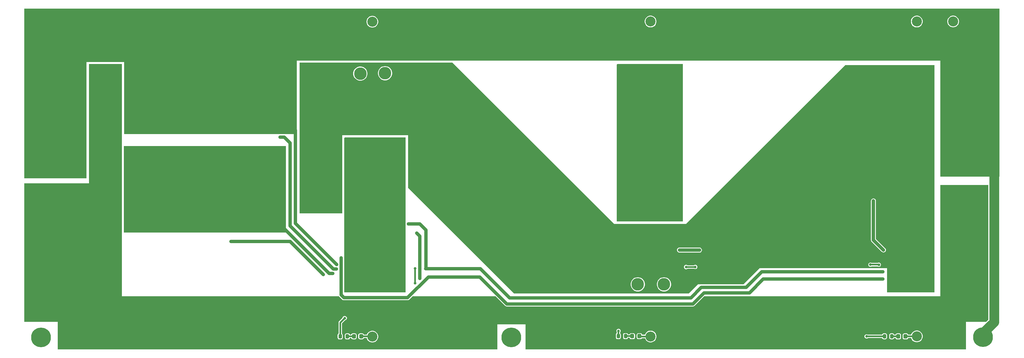
<source format=gtl>
G04*
G04 #@! TF.GenerationSoftware,Altium Limited,Altium Designer,21.6.4 (81)*
G04*
G04 Layer_Physical_Order=1*
G04 Layer_Color=255*
%FSLAX43Y43*%
%MOMM*%
G71*
G04*
G04 #@! TF.SameCoordinates,3B1B0440-9CC4-4517-B04E-561091F89696*
G04*
G04*
G04 #@! TF.FilePolarity,Positive*
G04*
G01*
G75*
%ADD11C,0.508*%
G04:AMPARAMS|DCode=17|XSize=1.3mm|YSize=1mm|CornerRadius=0.25mm|HoleSize=0mm|Usage=FLASHONLY|Rotation=90.000|XOffset=0mm|YOffset=0mm|HoleType=Round|Shape=RoundedRectangle|*
%AMROUNDEDRECTD17*
21,1,1.300,0.500,0,0,90.0*
21,1,0.800,1.000,0,0,90.0*
1,1,0.500,0.250,0.400*
1,1,0.500,0.250,-0.400*
1,1,0.500,-0.250,-0.400*
1,1,0.500,-0.250,0.400*
%
%ADD17ROUNDEDRECTD17*%
G04:AMPARAMS|DCode=18|XSize=1.2mm|YSize=1.3mm|CornerRadius=0.3mm|HoleSize=0mm|Usage=FLASHONLY|Rotation=0.000|XOffset=0mm|YOffset=0mm|HoleType=Round|Shape=RoundedRectangle|*
%AMROUNDEDRECTD18*
21,1,1.200,0.700,0,0,0.0*
21,1,0.600,1.300,0,0,0.0*
1,1,0.600,0.300,-0.350*
1,1,0.600,-0.300,-0.350*
1,1,0.600,-0.300,0.350*
1,1,0.600,0.300,0.350*
%
%ADD18ROUNDEDRECTD18*%
%ADD19R,7.000X6.000*%
%ADD28C,3.000*%
%ADD29C,1.000*%
%ADD30C,3.048*%
%ADD31C,3.810*%
%ADD32C,8.890*%
%ADD33C,0.800*%
%ADD34C,6.000*%
G36*
X326593Y193929D02*
X308610D01*
Y229235D01*
X113309D01*
Y206908D01*
X60869D01*
X60858Y206934D01*
Y228829D01*
X49428D01*
Y193396D01*
X30607D01*
Y245110D01*
X326593D01*
Y193929D01*
D02*
G37*
G36*
X230505Y180340D02*
X210431D01*
X210413Y228039D01*
X210593Y228219D01*
X230505D01*
Y180340D01*
D02*
G37*
G36*
X109957Y176936D02*
X60833D01*
Y203276D01*
X109957D01*
Y176936D01*
D02*
G37*
G36*
X146304Y158750D02*
X127669D01*
X127652Y205698D01*
X127831Y205878D01*
X146304D01*
Y158750D01*
D02*
G37*
G36*
X209626Y179553D02*
X231419D01*
X279756Y227889D01*
X306832D01*
Y158699D01*
X292430D01*
Y166116D01*
X253865D01*
X248857Y161150D01*
X235064D01*
X232258Y158344D01*
X179273D01*
X147091Y190525D01*
Y206553D01*
X127076D01*
Y182778D01*
X114097D01*
Y228625D01*
X160553D01*
X209626Y179553D01*
D02*
G37*
G36*
X60198Y157505D02*
X126103D01*
X126183Y157401D01*
X127048Y156536D01*
X127206Y156415D01*
X127297Y156377D01*
X127389Y156339D01*
X127586Y156313D01*
X146914D01*
X147110Y156339D01*
X147164Y156361D01*
X147294Y156415D01*
X147451Y156536D01*
X148421Y157505D01*
X173626D01*
X176475Y154656D01*
X176632Y154535D01*
X176762Y154482D01*
X176816Y154459D01*
X177013Y154433D01*
X233553D01*
X233750Y154459D01*
X233804Y154482D01*
X233933Y154535D01*
X234091Y154656D01*
X236940Y157505D01*
X308635D01*
Y191389D01*
X323180D01*
Y150418D01*
X322469Y149708D01*
X316433D01*
Y141326D01*
X182677D01*
Y148996D01*
X174193D01*
Y141326D01*
X40767D01*
Y149708D01*
X30607D01*
Y191897D01*
X50216D01*
Y228194D01*
X60198D01*
Y157505D01*
D02*
G37*
%LPC*%
G36*
X312697Y242951D02*
X312346D01*
X312003Y242883D01*
X311679Y242749D01*
X311388Y242554D01*
X311141Y242306D01*
X310946Y242015D01*
X310812Y241692D01*
X310744Y241348D01*
Y240998D01*
X310812Y240654D01*
X310946Y240331D01*
X311141Y240040D01*
X311388Y239792D01*
X311679Y239597D01*
X312003Y239463D01*
X312346Y239395D01*
X312697D01*
X313040Y239463D01*
X313364Y239597D01*
X313655Y239792D01*
X313903Y240040D01*
X314097Y240331D01*
X314231Y240654D01*
X314300Y240998D01*
Y241348D01*
X314231Y241692D01*
X314097Y242015D01*
X313903Y242306D01*
X313655Y242554D01*
X313364Y242749D01*
X313040Y242883D01*
X312697Y242951D01*
D02*
G37*
G36*
X301648Y242926D02*
X301297D01*
X300954Y242857D01*
X300630Y242723D01*
X300339Y242529D01*
X300092Y242281D01*
X299897Y241990D01*
X299763Y241666D01*
X299695Y241323D01*
Y240972D01*
X299763Y240629D01*
X299897Y240305D01*
X300092Y240014D01*
X300339Y239767D01*
X300630Y239572D01*
X300954Y239438D01*
X301297Y239370D01*
X301648D01*
X301991Y239438D01*
X302315Y239572D01*
X302606Y239767D01*
X302854Y240014D01*
X303048Y240305D01*
X303182Y240629D01*
X303251Y240972D01*
Y241323D01*
X303182Y241666D01*
X303048Y241990D01*
X302854Y242281D01*
X302606Y242529D01*
X302315Y242723D01*
X301991Y242857D01*
X301648Y242926D01*
D02*
G37*
G36*
X220850D02*
X220500D01*
X220157Y242857D01*
X219833Y242723D01*
X219542Y242529D01*
X219294Y242281D01*
X219100Y241990D01*
X218966Y241666D01*
X218897Y241323D01*
Y240972D01*
X218966Y240629D01*
X219100Y240305D01*
X219294Y240014D01*
X219542Y239767D01*
X219833Y239572D01*
X220157Y239438D01*
X220500Y239370D01*
X220850D01*
X221194Y239438D01*
X221517Y239572D01*
X221809Y239767D01*
X222056Y240014D01*
X222251Y240305D01*
X222385Y240629D01*
X222453Y240972D01*
Y241323D01*
X222385Y241666D01*
X222251Y241990D01*
X222056Y242281D01*
X221809Y242529D01*
X221517Y242723D01*
X221194Y242857D01*
X220850Y242926D01*
D02*
G37*
G36*
X136395Y242875D02*
X136045D01*
X135702Y242806D01*
X135378Y242672D01*
X135087Y242478D01*
X134839Y242230D01*
X134645Y241939D01*
X134511Y241615D01*
X134442Y241272D01*
Y240922D01*
X134511Y240578D01*
X134645Y240255D01*
X134839Y239963D01*
X135087Y239716D01*
X135378Y239521D01*
X135702Y239387D01*
X136045Y239319D01*
X136395D01*
X136739Y239387D01*
X137062Y239521D01*
X137354Y239716D01*
X137601Y239963D01*
X137796Y240255D01*
X137930Y240578D01*
X137998Y240922D01*
Y241272D01*
X137930Y241615D01*
X137796Y241939D01*
X137601Y242230D01*
X137354Y242478D01*
X137062Y242672D01*
X136739Y242806D01*
X136395Y242875D01*
D02*
G37*
G36*
X140294Y227584D02*
X139868D01*
X139451Y227501D01*
X139058Y227338D01*
X138705Y227102D01*
X138404Y226801D01*
X138168Y226448D01*
X138005Y226055D01*
X137922Y225638D01*
Y225212D01*
X138005Y224795D01*
X138168Y224402D01*
X138404Y224049D01*
X138705Y223748D01*
X139058Y223512D01*
X139451Y223349D01*
X139868Y223266D01*
X140294D01*
X140711Y223349D01*
X141104Y223512D01*
X141457Y223748D01*
X141758Y224049D01*
X141994Y224402D01*
X142157Y224795D01*
X142240Y225212D01*
Y225638D01*
X142157Y226055D01*
X141994Y226448D01*
X141758Y226801D01*
X141457Y227102D01*
X141104Y227338D01*
X140711Y227501D01*
X140294Y227584D01*
D02*
G37*
G36*
X132801Y227457D02*
X132375D01*
X131958Y227374D01*
X131565Y227211D01*
X131212Y226975D01*
X130911Y226674D01*
X130675Y226321D01*
X130512Y225928D01*
X130429Y225511D01*
Y225085D01*
X130512Y224668D01*
X130675Y224275D01*
X130911Y223922D01*
X131212Y223621D01*
X131565Y223385D01*
X131958Y223222D01*
X132375Y223139D01*
X132801D01*
X133218Y223222D01*
X133611Y223385D01*
X133964Y223621D01*
X134265Y223922D01*
X134501Y224275D01*
X134664Y224668D01*
X134747Y225085D01*
Y225511D01*
X134664Y225928D01*
X134501Y226321D01*
X134265Y226674D01*
X133964Y226975D01*
X133611Y227211D01*
X133218Y227374D01*
X132801Y227457D01*
D02*
G37*
G36*
X288315Y187298D02*
X288119Y187272D01*
X287935Y187196D01*
X287778Y187075D01*
X287657Y186918D01*
X287581Y186734D01*
X287555Y186538D01*
Y174650D01*
X287581Y174454D01*
X287603Y174400D01*
X287657Y174270D01*
X287778Y174113D01*
X290813Y171077D01*
X290970Y170956D01*
X291154Y170881D01*
X291351Y170855D01*
X291548Y170881D01*
X291731Y170956D01*
X291888Y171077D01*
X292009Y171235D01*
X292085Y171418D01*
X292111Y171615D01*
X292085Y171812D01*
X292009Y171995D01*
X291888Y172153D01*
X289076Y174965D01*
Y186538D01*
X289050Y186734D01*
X288974Y186918D01*
X288853Y187075D01*
X288696Y187196D01*
X288512Y187272D01*
X288315Y187298D01*
D02*
G37*
G36*
X229464Y172363D02*
X229267Y172337D01*
X229083Y172261D01*
X228926Y172140D01*
X228805Y171983D01*
X228729Y171799D01*
X228703Y171602D01*
X228729Y171406D01*
X228805Y171222D01*
X228926Y171065D01*
X228939Y171052D01*
X229096Y170931D01*
X229172Y170900D01*
X229279Y170855D01*
X229476Y170829D01*
X235521D01*
X235718Y170855D01*
X235902Y170931D01*
X236059Y171052D01*
X236180Y171209D01*
X236256Y171393D01*
X236282Y171590D01*
X236256Y171787D01*
X236180Y171970D01*
X236059Y172127D01*
X235902Y172248D01*
X235718Y172324D01*
X235521Y172350D01*
X229560D01*
X229464Y172363D01*
D02*
G37*
G36*
X234344Y167099D02*
X234084D01*
X233843Y167000D01*
X233795Y166951D01*
X231840D01*
X231815Y166975D01*
X231575Y167075D01*
X231315D01*
X231074Y166975D01*
X230890Y166791D01*
X230791Y166551D01*
Y166291D01*
X230890Y166050D01*
X231074Y165866D01*
X231315Y165767D01*
X231575D01*
X231815Y165866D01*
X231864Y165915D01*
X233819D01*
X233843Y165891D01*
X234084Y165791D01*
X234344D01*
X234584Y165891D01*
X234768Y166075D01*
X234868Y166315D01*
Y166575D01*
X234768Y166816D01*
X234584Y167000D01*
X234344Y167099D01*
D02*
G37*
G36*
X287531Y167811D02*
X287271D01*
X287031Y167712D01*
X286847Y167528D01*
X286747Y167287D01*
Y167027D01*
X286847Y166787D01*
X287031Y166603D01*
X287271Y166503D01*
X287531D01*
X287771Y166603D01*
X287795Y166627D01*
X289547D01*
X289596Y166578D01*
X289836Y166478D01*
X290096D01*
X290337Y166578D01*
X290521Y166762D01*
X290620Y167002D01*
Y167262D01*
X290521Y167502D01*
X290337Y167686D01*
X290096Y167786D01*
X289836D01*
X289596Y167686D01*
X289572Y167663D01*
X287821D01*
X287771Y167712D01*
X287531Y167811D01*
D02*
G37*
G36*
X224952Y163322D02*
X224527D01*
X224109Y163239D01*
X223717Y163076D01*
X223363Y162840D01*
X223062Y162539D01*
X222826Y162186D01*
X222663Y161793D01*
X222580Y161376D01*
Y160950D01*
X222663Y160533D01*
X222826Y160140D01*
X223062Y159787D01*
X223363Y159486D01*
X223717Y159250D01*
X224109Y159087D01*
X224527Y159004D01*
X224952D01*
X225369Y159087D01*
X225762Y159250D01*
X226115Y159486D01*
X226416Y159787D01*
X226652Y160140D01*
X226815Y160533D01*
X226898Y160950D01*
Y161376D01*
X226815Y161793D01*
X226652Y162186D01*
X226416Y162539D01*
X226115Y162840D01*
X225762Y163076D01*
X225369Y163239D01*
X224952Y163322D01*
D02*
G37*
G36*
X217002D02*
X216576D01*
X216159Y163239D01*
X215766Y163076D01*
X215413Y162840D01*
X215112Y162539D01*
X214876Y162186D01*
X214713Y161793D01*
X214630Y161376D01*
Y160950D01*
X214713Y160533D01*
X214876Y160140D01*
X215112Y159787D01*
X215413Y159486D01*
X215766Y159250D01*
X216159Y159087D01*
X216576Y159004D01*
X217002D01*
X217419Y159087D01*
X217812Y159250D01*
X218165Y159486D01*
X218466Y159787D01*
X218702Y160140D01*
X218865Y160533D01*
X218948Y160950D01*
Y161376D01*
X218865Y161793D01*
X218702Y162186D01*
X218466Y162539D01*
X218165Y162840D01*
X217812Y163076D01*
X217419Y163239D01*
X217002Y163322D01*
D02*
G37*
G36*
X215397Y146304D02*
X214797D01*
X214581Y146261D01*
X214398Y146139D01*
X214275Y145956D01*
X214266Y145907D01*
X213829D01*
X213813Y145986D01*
X213702Y146153D01*
X213535Y146264D01*
X213338Y146303D01*
X212838D01*
X212642Y146264D01*
X212475Y146153D01*
X212364Y145986D01*
X212324Y145790D01*
Y144990D01*
X212364Y144793D01*
X212475Y144626D01*
X212642Y144515D01*
X212838Y144476D01*
X213338D01*
X213535Y144515D01*
X213702Y144626D01*
X213813Y144793D01*
X213829Y144872D01*
X214266D01*
X214275Y144823D01*
X214398Y144640D01*
X214581Y144518D01*
X214797Y144475D01*
X215397D01*
X215613Y144518D01*
X215796Y144640D01*
X215919Y144823D01*
X215962Y145040D01*
Y145740D01*
X215919Y145956D01*
X215796Y146139D01*
X215613Y146261D01*
X215397Y146304D01*
D02*
G37*
G36*
X136395Y147015D02*
X136045D01*
X135702Y146947D01*
X135378Y146813D01*
X135087Y146618D01*
X134839Y146371D01*
X134645Y146079D01*
X134552Y145857D01*
X133656D01*
X133646Y145905D01*
X133524Y146088D01*
X133341Y146211D01*
X133124Y146254D01*
X132524D01*
X132308Y146211D01*
X132125Y146088D01*
X132003Y145905D01*
X131960Y145689D01*
Y144989D01*
X132003Y144773D01*
X132125Y144589D01*
X132308Y144467D01*
X132524Y144424D01*
X133124D01*
X133341Y144467D01*
X133524Y144589D01*
X133646Y144773D01*
X133656Y144821D01*
X134490D01*
X134511Y144719D01*
X134645Y144395D01*
X134839Y144104D01*
X135087Y143856D01*
X135378Y143662D01*
X135702Y143528D01*
X136045Y143459D01*
X136395D01*
X136739Y143528D01*
X137062Y143662D01*
X137354Y143856D01*
X137601Y144104D01*
X137796Y144395D01*
X137930Y144719D01*
X137998Y145062D01*
Y145412D01*
X137930Y145756D01*
X137796Y146079D01*
X137601Y146371D01*
X137354Y146618D01*
X137062Y146813D01*
X136739Y146947D01*
X136395Y147015D01*
D02*
G37*
G36*
X291928Y146253D02*
X291428D01*
X291231Y146214D01*
X291065Y146102D01*
X290953Y145935D01*
X290935Y145844D01*
X286652D01*
X286628Y145868D01*
X286388Y145967D01*
X286128D01*
X285888Y145868D01*
X285704Y145684D01*
X285604Y145443D01*
Y145183D01*
X285704Y144943D01*
X285888Y144759D01*
X286128Y144659D01*
X286388D01*
X286628Y144759D01*
X286678Y144808D01*
X290940D01*
X290953Y144742D01*
X291065Y144575D01*
X291231Y144464D01*
X291428Y144425D01*
X291928D01*
X292125Y144464D01*
X292291Y144575D01*
X292403Y144742D01*
X292442Y144939D01*
Y145739D01*
X292403Y145935D01*
X292291Y146102D01*
X292125Y146214D01*
X291928Y146253D01*
D02*
G37*
G36*
X301648Y147091D02*
X301297D01*
X300954Y147023D01*
X300630Y146889D01*
X300339Y146694D01*
X300092Y146447D01*
X299897Y146156D01*
X299763Y145832D01*
X299763Y145831D01*
X298883D01*
X298873Y145880D01*
X298751Y146063D01*
X298568Y146185D01*
X298351Y146228D01*
X297751D01*
X297535Y146185D01*
X297352Y146063D01*
X297230Y145880D01*
X297187Y145663D01*
Y144963D01*
X297230Y144747D01*
X297352Y144564D01*
X297535Y144442D01*
X297751Y144399D01*
X298351D01*
X298568Y144442D01*
X298751Y144564D01*
X298873Y144747D01*
X298883Y144795D01*
X299763D01*
X299763Y144795D01*
X299897Y144471D01*
X300092Y144180D01*
X300339Y143932D01*
X300630Y143738D01*
X300954Y143604D01*
X301297Y143535D01*
X301648D01*
X301991Y143604D01*
X302315Y143738D01*
X302606Y143932D01*
X302854Y144180D01*
X303048Y144471D01*
X303182Y144795D01*
X303251Y145138D01*
Y145489D01*
X303182Y145832D01*
X303048Y146156D01*
X302854Y146447D01*
X302606Y146694D01*
X302315Y146889D01*
X301991Y147023D01*
X301648Y147091D01*
D02*
G37*
G36*
X130924Y146254D02*
X130324D01*
X130108Y146211D01*
X129925Y146088D01*
X129803Y145905D01*
X129788Y145831D01*
X129399D01*
X129383Y145910D01*
X129272Y146077D01*
X129105Y146188D01*
X128909Y146227D01*
X128409D01*
X128212Y146188D01*
X128045Y146077D01*
X127934Y145910D01*
X127895Y145713D01*
Y144913D01*
X127934Y144717D01*
X128045Y144550D01*
X128212Y144439D01*
X128409Y144399D01*
X128909D01*
X129105Y144439D01*
X129272Y144550D01*
X129383Y144717D01*
X129399Y144795D01*
X129798D01*
X129803Y144773D01*
X129925Y144589D01*
X130108Y144467D01*
X130324Y144424D01*
X130924D01*
X131141Y144467D01*
X131324Y144589D01*
X131446Y144773D01*
X131489Y144989D01*
Y145689D01*
X131446Y145905D01*
X131324Y146088D01*
X131141Y146211D01*
X130924Y146254D01*
D02*
G37*
G36*
X220850Y147066D02*
X220500D01*
X220157Y146998D01*
X219833Y146864D01*
X219542Y146669D01*
X219294Y146421D01*
X219100Y146130D01*
X218966Y145807D01*
X218965Y145806D01*
X218149D01*
X218119Y145956D01*
X217996Y146139D01*
X217813Y146261D01*
X217597Y146304D01*
X216997D01*
X216781Y146261D01*
X216598Y146139D01*
X216475Y145956D01*
X216432Y145740D01*
Y145040D01*
X216475Y144823D01*
X216598Y144640D01*
X216781Y144518D01*
X216997Y144475D01*
X217597D01*
X217813Y144518D01*
X217996Y144640D01*
X218083Y144770D01*
X218965D01*
X218966Y144769D01*
X219100Y144446D01*
X219294Y144155D01*
X219542Y143907D01*
X219833Y143712D01*
X220157Y143578D01*
X220500Y143510D01*
X220850D01*
X221194Y143578D01*
X221517Y143712D01*
X221809Y143907D01*
X222056Y144155D01*
X222251Y144446D01*
X222385Y144769D01*
X222453Y145113D01*
Y145463D01*
X222385Y145807D01*
X222251Y146130D01*
X222056Y146421D01*
X221809Y146669D01*
X221517Y146864D01*
X221194Y146998D01*
X220850Y147066D01*
D02*
G37*
G36*
X211077Y147618D02*
X210817D01*
X210577Y147519D01*
X210393Y147335D01*
X210293Y147094D01*
Y146834D01*
X210393Y146594D01*
X210400Y146587D01*
Y146236D01*
X210275Y146153D01*
X210164Y145986D01*
X210124Y145790D01*
Y144990D01*
X210164Y144793D01*
X210275Y144626D01*
X210442Y144515D01*
X210638Y144476D01*
X211138D01*
X211335Y144515D01*
X211502Y144626D01*
X211613Y144793D01*
X211652Y144990D01*
Y145790D01*
X211613Y145986D01*
X211502Y146153D01*
X211436Y146197D01*
Y146528D01*
X211501Y146594D01*
X211601Y146834D01*
Y147094D01*
X211501Y147335D01*
X211317Y147519D01*
X211077Y147618D01*
D02*
G37*
G36*
X127968Y151530D02*
X127708D01*
X127468Y151430D01*
X127284Y151246D01*
X127184Y151006D01*
Y150954D01*
X126109Y149879D01*
X125997Y149711D01*
X125957Y149513D01*
Y146152D01*
X125845Y146077D01*
X125734Y145910D01*
X125695Y145713D01*
Y144913D01*
X125734Y144717D01*
X125845Y144550D01*
X126012Y144439D01*
X126209Y144399D01*
X126709D01*
X126905Y144439D01*
X127072Y144550D01*
X127183Y144717D01*
X127223Y144913D01*
Y145713D01*
X127183Y145910D01*
X127072Y146077D01*
X126993Y146129D01*
Y149299D01*
X127917Y150222D01*
X127968D01*
X128209Y150322D01*
X128393Y150506D01*
X128492Y150746D01*
Y151006D01*
X128393Y151246D01*
X128209Y151430D01*
X127968Y151530D01*
D02*
G37*
G36*
X294128Y146253D02*
X293628D01*
X293431Y146214D01*
X293265Y146102D01*
X293153Y145935D01*
X293114Y145739D01*
Y144939D01*
X293153Y144742D01*
X293265Y144575D01*
X293431Y144464D01*
X293628Y144425D01*
X294128D01*
X294325Y144464D01*
X294491Y144575D01*
X294603Y144742D01*
X294613Y144795D01*
X295020D01*
X295030Y144747D01*
X295152Y144564D01*
X295335Y144442D01*
X295551Y144399D01*
X296151D01*
X296368Y144442D01*
X296551Y144564D01*
X296673Y144747D01*
X296716Y144963D01*
Y145663D01*
X296673Y145880D01*
X296551Y146063D01*
X296368Y146185D01*
X296151Y146228D01*
X295551D01*
X295335Y146185D01*
X295152Y146063D01*
X295030Y145880D01*
X295020Y145831D01*
X294623D01*
X294603Y145935D01*
X294491Y146102D01*
X294325Y146214D01*
X294128Y146253D01*
D02*
G37*
%LPD*%
D11*
X217297Y145288D02*
X220675D01*
X286258Y145313D02*
X286271Y145326D01*
X291665D01*
X291678Y145339D01*
X126475Y149513D02*
X127838Y150876D01*
X126475Y145330D02*
Y149513D01*
X126459Y145313D02*
X126475Y145330D01*
X149187Y165976D02*
X149200Y165989D01*
X149187Y161531D02*
Y165976D01*
X149174Y161519D02*
X149187Y161531D01*
X289954Y167145D02*
X289966Y167132D01*
X287401Y167157D02*
X287414Y167145D01*
X289954D01*
X210888Y145390D02*
X210918Y145419D01*
Y146935D02*
X210947Y146964D01*
X210918Y145419D02*
Y146935D01*
X231457Y166433D02*
X234202D01*
X231445Y166421D02*
X231457Y166433D01*
X234202D02*
X234214Y166445D01*
X293878Y145313D02*
X295851D01*
X293878D02*
Y145339D01*
X298051Y145313D02*
X301473D01*
X217297Y145288D02*
Y145390D01*
X215097Y145390D02*
Y145390D01*
X213088Y145390D02*
X215097D01*
X132824Y145339D02*
X136220D01*
Y145237D02*
Y145339D01*
X128659Y145313D02*
X130624D01*
Y145339D01*
D17*
X128659Y145313D02*
D03*
X126459D02*
D03*
X293878Y145339D02*
D03*
X291678D02*
D03*
X213088Y145390D02*
D03*
X210888D02*
D03*
D18*
X130624Y145339D02*
D03*
X132824D02*
D03*
X295851Y145313D02*
D03*
X298051D02*
D03*
X215097Y145390D02*
D03*
X217297D02*
D03*
D19*
X34616Y188884D02*
D03*
Y196384D02*
D03*
D28*
X322113Y145633D02*
Y146859D01*
X321539Y145059D02*
X322113Y145633D01*
Y146859D02*
X324942Y149688D01*
Y197155D01*
X315595Y206502D02*
X324942Y197155D01*
D29*
X254406Y164948D02*
X291160D01*
X249657Y160198D02*
X254406Y164948D01*
X108204Y205943D02*
X109449D01*
X111252Y178943D02*
Y204140D01*
X109449Y205943D02*
X111252Y204140D01*
X126721Y157939D02*
Y169215D01*
X112827Y179705D02*
X125374Y167157D01*
X98577Y189001D02*
X123114Y164465D01*
X93320Y174219D02*
X111252D01*
X121336Y164135D01*
X123114Y164465D02*
X124231D01*
X98577Y189001D02*
Y192000D01*
X111252Y178943D02*
X124384Y165811D01*
X125324D01*
X126721Y157939D02*
X127586Y157074D01*
X98984Y195950D02*
Y196494D01*
X98596Y195563D02*
X98984Y195950D01*
X98596Y195019D02*
Y195563D01*
X98577Y193500D02*
Y195000D01*
X98596Y195019D01*
X98577Y192000D02*
Y193500D01*
X112827Y179705D02*
Y208077D01*
X107925Y209448D02*
X111455D01*
X112827Y208077D01*
X127586Y157074D02*
X146914D01*
X153213Y163373D01*
X156693D01*
X150622Y162966D02*
Y175817D01*
X156693Y163373D02*
X168834D01*
X168994Y165905D02*
X177851Y157048D01*
X152408Y165905D02*
X168994D01*
X177851Y157048D02*
X232918D01*
X177013Y155194D02*
X233553D01*
X168834Y163373D02*
X177013Y155194D01*
X229464Y171602D02*
X229476Y171590D01*
X235521D01*
X236906Y158547D02*
X241859D01*
X233553Y155194D02*
X236906Y158547D01*
X241859D02*
X250673D01*
X232918Y157048D02*
X236068Y160198D01*
X236068D02*
X249657D01*
X250673Y158547D02*
X254864Y162738D01*
X291160D01*
X288315Y174650D02*
Y186538D01*
Y174650D02*
X291351Y171615D01*
X150595Y179527D02*
X152451Y177671D01*
X147142Y179527D02*
X150595D01*
X152400Y165913D02*
X152451Y165964D01*
Y177671D01*
X152400Y165913D02*
X152408Y165905D01*
X149666Y176773D02*
X150622Y175817D01*
D30*
X301473Y241148D02*
D03*
X220675D02*
D03*
X136220Y241097D02*
D03*
X312598Y145313D02*
D03*
X220675Y145288D02*
D03*
X301473Y145313D02*
D03*
X312522Y241173D02*
D03*
X136220Y145237D02*
D03*
D31*
X224739Y161163D02*
D03*
Y182626D02*
D03*
Y203962D02*
D03*
Y225425D02*
D03*
X301447Y161163D02*
D03*
Y182499D02*
D03*
Y203962D02*
D03*
Y225298D02*
D03*
X140081Y161163D02*
D03*
Y182626D02*
D03*
Y203962D02*
D03*
Y225425D02*
D03*
X216789Y161163D02*
D03*
Y182499D02*
D03*
Y203962D02*
D03*
Y225298D02*
D03*
X55880Y161163D02*
D03*
Y182626D02*
D03*
Y203962D02*
D03*
Y225425D02*
D03*
X132588Y161163D02*
D03*
Y182499D02*
D03*
Y203962D02*
D03*
Y225298D02*
D03*
D32*
X41605Y176276D02*
D03*
Y206121D02*
D03*
X315595Y206502D02*
D03*
Y176657D02*
D03*
D33*
X227500Y207500D02*
D03*
Y202500D02*
D03*
Y197500D02*
D03*
X228750Y195000D02*
D03*
X227500Y192500D02*
D03*
X228750Y190000D02*
D03*
X227500Y187500D02*
D03*
X228750Y185000D02*
D03*
X227500Y182500D02*
D03*
X225000Y207500D02*
D03*
X226250Y200000D02*
D03*
X225000Y197500D02*
D03*
X226250Y195000D02*
D03*
X225000Y192500D02*
D03*
X226250Y190000D02*
D03*
X225000Y187500D02*
D03*
X226250Y185000D02*
D03*
X222500Y207500D02*
D03*
Y202500D02*
D03*
X223750Y200000D02*
D03*
X222500Y197500D02*
D03*
X223750Y195000D02*
D03*
X222500Y192500D02*
D03*
X223750Y190000D02*
D03*
X222500Y187500D02*
D03*
X223750Y185000D02*
D03*
X220000Y207500D02*
D03*
X221250Y205000D02*
D03*
X220000Y202500D02*
D03*
X221250Y200000D02*
D03*
X220000Y197500D02*
D03*
X221250Y195000D02*
D03*
X220000Y192500D02*
D03*
X221250Y190000D02*
D03*
X220000Y187500D02*
D03*
X221250Y185000D02*
D03*
X220000Y182500D02*
D03*
X217500Y207500D02*
D03*
X218750Y200000D02*
D03*
X217500Y197500D02*
D03*
X218750Y195000D02*
D03*
X217500Y192500D02*
D03*
X218750Y190000D02*
D03*
X217500Y187500D02*
D03*
X218750Y185000D02*
D03*
X215000Y207500D02*
D03*
X216250Y200000D02*
D03*
X215000Y197500D02*
D03*
X216250Y195000D02*
D03*
X215000Y192500D02*
D03*
X216250Y190000D02*
D03*
X215000Y187500D02*
D03*
X216250Y185000D02*
D03*
X212500Y207500D02*
D03*
X213750Y205000D02*
D03*
X212500Y202500D02*
D03*
X213750Y200000D02*
D03*
X212500Y197500D02*
D03*
X213750Y195000D02*
D03*
X212500Y192500D02*
D03*
X213750Y190000D02*
D03*
X212500Y187500D02*
D03*
X213750Y185000D02*
D03*
X212500Y182500D02*
D03*
X140000Y200000D02*
D03*
X137500D02*
D03*
X136250Y202500D02*
D03*
X135000Y200000D02*
D03*
X132500D02*
D03*
X130000D02*
D03*
X321250Y190000D02*
D03*
X320000Y187500D02*
D03*
X321250Y185000D02*
D03*
X320000Y182500D02*
D03*
X321250Y180000D02*
D03*
Y175000D02*
D03*
X320000Y172500D02*
D03*
X321250Y170000D02*
D03*
X320000Y167500D02*
D03*
X321250Y165000D02*
D03*
X320000Y162500D02*
D03*
X321250Y160000D02*
D03*
X320000Y157500D02*
D03*
X321250Y155000D02*
D03*
X320000Y152500D02*
D03*
X318750Y190000D02*
D03*
X317500Y187500D02*
D03*
X318750Y185000D02*
D03*
X317500Y182500D02*
D03*
X318750Y170000D02*
D03*
X317500Y167500D02*
D03*
X318750Y165000D02*
D03*
X317500Y162500D02*
D03*
X318750Y160000D02*
D03*
X317500Y157500D02*
D03*
X318750Y155000D02*
D03*
X317500Y152500D02*
D03*
X316250Y190000D02*
D03*
X315000Y187500D02*
D03*
X316250Y185000D02*
D03*
X315000Y182500D02*
D03*
X316250Y170000D02*
D03*
X315000Y167500D02*
D03*
X316250Y165000D02*
D03*
X315000Y162500D02*
D03*
X316250Y160000D02*
D03*
X315000Y157500D02*
D03*
X316250Y155000D02*
D03*
X315000Y152500D02*
D03*
Y147500D02*
D03*
Y142500D02*
D03*
X313750Y190000D02*
D03*
X312500Y187500D02*
D03*
X313750Y185000D02*
D03*
X312500Y182500D02*
D03*
Y172500D02*
D03*
X313750Y170000D02*
D03*
X312500Y167500D02*
D03*
X313750Y165000D02*
D03*
X312500Y162500D02*
D03*
X313750Y160000D02*
D03*
X312500Y157500D02*
D03*
X313750Y155000D02*
D03*
X312500Y152500D02*
D03*
X313750Y150000D02*
D03*
X312500Y147500D02*
D03*
Y142500D02*
D03*
X311250Y190000D02*
D03*
X310000Y187500D02*
D03*
X311250Y185000D02*
D03*
X310000Y182500D02*
D03*
X311250Y180000D02*
D03*
X310000Y177500D02*
D03*
Y172500D02*
D03*
X311250Y170000D02*
D03*
X310000Y167500D02*
D03*
X311250Y165000D02*
D03*
X310000Y162500D02*
D03*
X311250Y160000D02*
D03*
X310000Y157500D02*
D03*
X311250Y155000D02*
D03*
X310000Y152500D02*
D03*
X311250Y150000D02*
D03*
X310000Y147500D02*
D03*
Y142500D02*
D03*
X308750Y155000D02*
D03*
X307500Y152500D02*
D03*
X308750Y150000D02*
D03*
X307500Y147500D02*
D03*
X308750Y145000D02*
D03*
X307500Y142500D02*
D03*
X111250Y242500D02*
D03*
X110000Y240000D02*
D03*
X111250Y237500D02*
D03*
X110000Y235000D02*
D03*
X111250Y232500D02*
D03*
X110000Y230000D02*
D03*
X111250Y227500D02*
D03*
X110000Y225000D02*
D03*
X111250Y222500D02*
D03*
X110000Y220000D02*
D03*
X111250Y217500D02*
D03*
X110000Y215000D02*
D03*
X111250Y212500D02*
D03*
X108750Y242500D02*
D03*
X107500Y240000D02*
D03*
X108750Y237500D02*
D03*
X107500Y235000D02*
D03*
X108750Y232500D02*
D03*
X107500Y230000D02*
D03*
X108750Y227500D02*
D03*
X107500Y225000D02*
D03*
X108750Y222500D02*
D03*
X106250Y242500D02*
D03*
X105000Y240000D02*
D03*
X106250Y237500D02*
D03*
X105000Y235000D02*
D03*
X106250Y232500D02*
D03*
X105000Y230000D02*
D03*
X106250Y227500D02*
D03*
X105000Y225000D02*
D03*
X106250Y222500D02*
D03*
X103750Y242500D02*
D03*
X102500Y240000D02*
D03*
X103750Y237500D02*
D03*
X102500Y235000D02*
D03*
X103750Y232500D02*
D03*
X102500Y230000D02*
D03*
X103750Y227500D02*
D03*
X102500Y225000D02*
D03*
X103750Y222500D02*
D03*
X101250Y242500D02*
D03*
X100000Y240000D02*
D03*
X101250Y237500D02*
D03*
X100000Y235000D02*
D03*
X101250Y232500D02*
D03*
X100000Y230000D02*
D03*
X101250Y227500D02*
D03*
X100000Y225000D02*
D03*
X101250Y222500D02*
D03*
X98750Y242500D02*
D03*
X97500Y240000D02*
D03*
X98750Y237500D02*
D03*
X97500Y235000D02*
D03*
X98750Y232500D02*
D03*
X97500Y230000D02*
D03*
X98750Y227500D02*
D03*
X97500Y225000D02*
D03*
X98750Y222500D02*
D03*
X96250Y242500D02*
D03*
X95000Y240000D02*
D03*
X96250Y237500D02*
D03*
X95000Y235000D02*
D03*
X96250Y232500D02*
D03*
X95000Y230000D02*
D03*
X96250Y227500D02*
D03*
X95000Y225000D02*
D03*
X96250Y222500D02*
D03*
X93750Y242500D02*
D03*
X92500Y240000D02*
D03*
X93750Y237500D02*
D03*
X92500Y235000D02*
D03*
X93750Y232500D02*
D03*
X92500Y230000D02*
D03*
X93750Y227500D02*
D03*
X92500Y225000D02*
D03*
X93750Y222500D02*
D03*
X91250Y242500D02*
D03*
X90000Y240000D02*
D03*
X91250Y237500D02*
D03*
X90000Y235000D02*
D03*
X91250Y232500D02*
D03*
X90000Y230000D02*
D03*
X91250Y227500D02*
D03*
X90000Y225000D02*
D03*
X91250Y222500D02*
D03*
X88750Y242500D02*
D03*
X87500Y240000D02*
D03*
X88750Y237500D02*
D03*
X87500Y235000D02*
D03*
X88750Y232500D02*
D03*
X87500Y230000D02*
D03*
X88750Y227500D02*
D03*
X87500Y225000D02*
D03*
X88750Y222500D02*
D03*
X86250Y242500D02*
D03*
X85000Y240000D02*
D03*
X86250Y237500D02*
D03*
X85000Y235000D02*
D03*
X86250Y232500D02*
D03*
X85000Y230000D02*
D03*
X86250Y227500D02*
D03*
X85000Y225000D02*
D03*
X86250Y222500D02*
D03*
X83750Y242500D02*
D03*
X82500Y240000D02*
D03*
X83750Y237500D02*
D03*
X82500Y235000D02*
D03*
X83750Y232500D02*
D03*
X82500Y230000D02*
D03*
X83750Y227500D02*
D03*
X82500Y225000D02*
D03*
X83750Y222500D02*
D03*
X81250Y242500D02*
D03*
X80000Y240000D02*
D03*
X81250Y237500D02*
D03*
X80000Y235000D02*
D03*
X81250Y232500D02*
D03*
X80000Y230000D02*
D03*
X81250Y227500D02*
D03*
X80000Y225000D02*
D03*
X81250Y222500D02*
D03*
X78750Y242500D02*
D03*
X77500Y240000D02*
D03*
X78750Y237500D02*
D03*
X77500Y235000D02*
D03*
X78750Y232500D02*
D03*
X77500Y230000D02*
D03*
X78750Y227500D02*
D03*
X77500Y225000D02*
D03*
X78750Y222500D02*
D03*
X76250Y242500D02*
D03*
X75000Y240000D02*
D03*
X76250Y237500D02*
D03*
X75000Y235000D02*
D03*
X76250Y232500D02*
D03*
X75000Y230000D02*
D03*
X76250Y227500D02*
D03*
X75000Y225000D02*
D03*
X76250Y222500D02*
D03*
X73750Y242500D02*
D03*
X72500Y240000D02*
D03*
X73750Y237500D02*
D03*
X72500Y235000D02*
D03*
X73750Y232500D02*
D03*
X72500Y230000D02*
D03*
X73750Y227500D02*
D03*
X72500Y225000D02*
D03*
X73750Y222500D02*
D03*
X71250Y242500D02*
D03*
X70000Y240000D02*
D03*
X71250Y237500D02*
D03*
X70000Y235000D02*
D03*
X71250Y232500D02*
D03*
X70000Y230000D02*
D03*
X71250Y227500D02*
D03*
X70000Y225000D02*
D03*
X71250Y222500D02*
D03*
X68750Y242500D02*
D03*
X67500Y240000D02*
D03*
X68750Y237500D02*
D03*
X67500Y235000D02*
D03*
X68750Y232500D02*
D03*
X67500Y230000D02*
D03*
X68750Y227500D02*
D03*
X67500Y225000D02*
D03*
X68750Y222500D02*
D03*
X66250Y242500D02*
D03*
X65000Y240000D02*
D03*
X66250Y237500D02*
D03*
X65000Y235000D02*
D03*
X66250Y232500D02*
D03*
X65000Y230000D02*
D03*
X66250Y227500D02*
D03*
X65000Y225000D02*
D03*
X66250Y222500D02*
D03*
X63750Y242500D02*
D03*
X62500Y240000D02*
D03*
X63750Y237500D02*
D03*
X62500Y235000D02*
D03*
X63750Y232500D02*
D03*
X62500Y230000D02*
D03*
X63750Y227500D02*
D03*
X62500Y225000D02*
D03*
X63750Y222500D02*
D03*
X61250Y242500D02*
D03*
X60000Y240000D02*
D03*
X61250Y237500D02*
D03*
X60000Y235000D02*
D03*
X61250Y232500D02*
D03*
X60000Y230000D02*
D03*
X58750Y242500D02*
D03*
X57500Y240000D02*
D03*
X58750Y237500D02*
D03*
X57500Y235000D02*
D03*
X58750Y232500D02*
D03*
X57500Y230000D02*
D03*
X56250Y242500D02*
D03*
X55000Y240000D02*
D03*
X56250Y237500D02*
D03*
X55000Y235000D02*
D03*
X56250Y232500D02*
D03*
X55000Y230000D02*
D03*
X53750Y242500D02*
D03*
X52500Y240000D02*
D03*
X53750Y237500D02*
D03*
X52500Y235000D02*
D03*
X53750Y232500D02*
D03*
X52500Y230000D02*
D03*
X51250Y242500D02*
D03*
X50000Y240000D02*
D03*
X51250Y237500D02*
D03*
X50000Y235000D02*
D03*
X51250Y232500D02*
D03*
X50000Y230000D02*
D03*
X48750Y242500D02*
D03*
X47500Y240000D02*
D03*
X48750Y237500D02*
D03*
X47500Y235000D02*
D03*
X48750Y232500D02*
D03*
X47500Y230000D02*
D03*
X48750Y227500D02*
D03*
X47500Y225000D02*
D03*
X48750Y222500D02*
D03*
X47500Y220000D02*
D03*
X48750Y217500D02*
D03*
X47500Y215000D02*
D03*
X48750Y212500D02*
D03*
X47500Y210000D02*
D03*
X48750Y207500D02*
D03*
X47500Y205000D02*
D03*
X48750Y202500D02*
D03*
X47500Y200000D02*
D03*
X48750Y197500D02*
D03*
X47500Y195000D02*
D03*
X46250Y242500D02*
D03*
X45000Y240000D02*
D03*
X46250Y237500D02*
D03*
X45000Y235000D02*
D03*
X46250Y232500D02*
D03*
X45000Y230000D02*
D03*
X46250Y227500D02*
D03*
X45000Y225000D02*
D03*
X46250Y222500D02*
D03*
X45000Y220000D02*
D03*
X46250Y217500D02*
D03*
X45000Y215000D02*
D03*
X46250Y212500D02*
D03*
X45000Y210000D02*
D03*
X46250Y202500D02*
D03*
X45000Y200000D02*
D03*
X46250Y197500D02*
D03*
X45000Y195000D02*
D03*
X43750Y242500D02*
D03*
X42500Y240000D02*
D03*
X43750Y237500D02*
D03*
X42500Y235000D02*
D03*
X43750Y232500D02*
D03*
X42500Y230000D02*
D03*
X43750Y227500D02*
D03*
X42500Y225000D02*
D03*
X43750Y222500D02*
D03*
X42500Y220000D02*
D03*
X43750Y217500D02*
D03*
X42500Y215000D02*
D03*
X43750Y212500D02*
D03*
X42500Y200000D02*
D03*
X43750Y197500D02*
D03*
X42500Y195000D02*
D03*
X41250Y242500D02*
D03*
X40000Y240000D02*
D03*
X41250Y237500D02*
D03*
X40000Y235000D02*
D03*
X41250Y232500D02*
D03*
X40000Y230000D02*
D03*
X41250Y227500D02*
D03*
X40000Y225000D02*
D03*
X41250Y222500D02*
D03*
X40000Y220000D02*
D03*
X41250Y217500D02*
D03*
X40000Y215000D02*
D03*
X41250Y212500D02*
D03*
X40000Y200000D02*
D03*
X41250Y197500D02*
D03*
X40000Y195000D02*
D03*
X38750Y237500D02*
D03*
X37500Y235000D02*
D03*
X38750Y232500D02*
D03*
X37500Y230000D02*
D03*
X38750Y227500D02*
D03*
X37500Y225000D02*
D03*
X38750Y222500D02*
D03*
X37500Y220000D02*
D03*
X38750Y217500D02*
D03*
X37500Y215000D02*
D03*
X38750Y212500D02*
D03*
X37500Y210000D02*
D03*
Y200000D02*
D03*
X38750Y197500D02*
D03*
X36250Y237500D02*
D03*
X35000Y235000D02*
D03*
X36250Y232500D02*
D03*
X35000Y230000D02*
D03*
X36250Y227500D02*
D03*
X35000Y225000D02*
D03*
X36250Y222500D02*
D03*
X35000Y220000D02*
D03*
X36250Y217500D02*
D03*
X35000Y215000D02*
D03*
X36250Y212500D02*
D03*
X35000Y210000D02*
D03*
X36250Y207500D02*
D03*
X35000Y205000D02*
D03*
X36250Y202500D02*
D03*
X35000Y200000D02*
D03*
X33750Y237500D02*
D03*
X32500Y235000D02*
D03*
X33750Y232500D02*
D03*
X32500Y230000D02*
D03*
X33750Y227500D02*
D03*
X32500Y225000D02*
D03*
X33750Y222500D02*
D03*
X32500Y220000D02*
D03*
X33750Y217500D02*
D03*
X32500Y215000D02*
D03*
X33750Y212500D02*
D03*
X32500Y210000D02*
D03*
X33750Y207500D02*
D03*
X32500Y205000D02*
D03*
X33750Y202500D02*
D03*
X32500Y200000D02*
D03*
X122428Y156667D02*
D03*
X286258Y145313D02*
D03*
X127838Y150876D02*
D03*
X149174Y161519D02*
D03*
X287401Y167157D02*
D03*
X289966Y167132D02*
D03*
X210947Y146964D02*
D03*
X231445Y166421D02*
D03*
X291160Y164948D02*
D03*
X234214Y166445D02*
D03*
X149200Y165989D02*
D03*
X117856Y183972D02*
D03*
X120142D02*
D03*
X122428D02*
D03*
X124714D02*
D03*
Y186258D02*
D03*
X122428D02*
D03*
X120142D02*
D03*
X117856D02*
D03*
X124714Y188544D02*
D03*
X122428D02*
D03*
X120142D02*
D03*
X117856D02*
D03*
X124714Y190830D02*
D03*
X122428D02*
D03*
X120142D02*
D03*
X117856D02*
D03*
X124714Y193116D02*
D03*
X122428D02*
D03*
X120142D02*
D03*
X117856D02*
D03*
X124796Y195338D02*
D03*
X122510D02*
D03*
X120224D02*
D03*
X117938D02*
D03*
X115652D02*
D03*
X115570Y193116D02*
D03*
Y190830D02*
D03*
Y188544D02*
D03*
Y186258D02*
D03*
Y183972D02*
D03*
X126721Y169215D02*
D03*
X125374Y167157D02*
D03*
X107500Y197500D02*
D03*
Y192500D02*
D03*
X106250Y200000D02*
D03*
X105000Y197500D02*
D03*
X106250Y195000D02*
D03*
X105000Y192500D02*
D03*
X103750Y200000D02*
D03*
X102500Y197500D02*
D03*
X103750Y195000D02*
D03*
X102500Y192500D02*
D03*
X101250Y200000D02*
D03*
X100000Y197500D02*
D03*
X101250Y195000D02*
D03*
X100000Y192500D02*
D03*
X98750Y200000D02*
D03*
X97500Y197500D02*
D03*
X98750Y195000D02*
D03*
X97500Y192500D02*
D03*
X96250Y200000D02*
D03*
X95000Y197500D02*
D03*
X96250Y195000D02*
D03*
X95000Y192500D02*
D03*
X93750Y200000D02*
D03*
X92500Y197500D02*
D03*
X93750Y195000D02*
D03*
X92500Y192500D02*
D03*
X91250Y200000D02*
D03*
X90000Y197500D02*
D03*
X91250Y195000D02*
D03*
X90000Y192500D02*
D03*
X88750Y200000D02*
D03*
X87500Y197500D02*
D03*
X88750Y195000D02*
D03*
X87500Y192500D02*
D03*
X86250Y200000D02*
D03*
X85000Y197500D02*
D03*
X86250Y195000D02*
D03*
X85000Y192500D02*
D03*
X83750Y200000D02*
D03*
X82500Y197500D02*
D03*
X83750Y195000D02*
D03*
X82500Y192500D02*
D03*
X81250Y200000D02*
D03*
X80000Y197500D02*
D03*
X81250Y195000D02*
D03*
X80000Y192500D02*
D03*
X78750Y200000D02*
D03*
X77500Y197500D02*
D03*
X78750Y195000D02*
D03*
X77500Y192500D02*
D03*
X76250Y200000D02*
D03*
X75000Y197500D02*
D03*
X76250Y195000D02*
D03*
X75000Y192500D02*
D03*
X73750Y200000D02*
D03*
X72500Y197500D02*
D03*
X73750Y195000D02*
D03*
X72500Y192500D02*
D03*
X71250Y200000D02*
D03*
X70000Y197500D02*
D03*
X71250Y195000D02*
D03*
X70000Y192500D02*
D03*
X68750Y200000D02*
D03*
X67500Y197500D02*
D03*
X68750Y195000D02*
D03*
X67500Y192500D02*
D03*
X66250Y200000D02*
D03*
X65000Y197500D02*
D03*
X66250Y195000D02*
D03*
X65000Y192500D02*
D03*
X63750Y200000D02*
D03*
X62500Y197500D02*
D03*
X63750Y195000D02*
D03*
X62500Y192500D02*
D03*
X124231Y164465D02*
D03*
X121336Y164135D02*
D03*
X125324Y165811D02*
D03*
X108204Y205943D02*
D03*
X150622Y162966D02*
D03*
X116713Y183972D02*
D03*
Y186258D02*
D03*
Y188544D02*
D03*
Y190830D02*
D03*
Y193116D02*
D03*
X116795Y195338D02*
D03*
X119081D02*
D03*
X121367D02*
D03*
X123653D02*
D03*
X125939D02*
D03*
X118999Y193116D02*
D03*
X121285D02*
D03*
X123571D02*
D03*
X125857D02*
D03*
X118999Y190830D02*
D03*
X121285D02*
D03*
X123571D02*
D03*
X125857D02*
D03*
X118999Y188544D02*
D03*
X121285D02*
D03*
X123571D02*
D03*
X125857D02*
D03*
X118999Y186258D02*
D03*
X121285D02*
D03*
X123571D02*
D03*
X125857D02*
D03*
Y183972D02*
D03*
X123571D02*
D03*
X121285D02*
D03*
X93320Y174219D02*
D03*
X118999Y183972D02*
D03*
X229464Y171602D02*
D03*
X236068Y160198D02*
D03*
X241859Y158547D02*
D03*
X288315Y186538D02*
D03*
X291351Y171615D02*
D03*
X235521Y171590D02*
D03*
X147142Y179527D02*
D03*
X149666Y176773D02*
D03*
X152400Y165913D02*
D03*
X291160Y162738D02*
D03*
X150622Y171577D02*
D03*
X156693Y163373D02*
D03*
D34*
X321539Y145059D02*
D03*
X178257Y241427D02*
D03*
X178359Y145009D02*
D03*
X35687D02*
D03*
X321513Y241427D02*
D03*
X35687D02*
D03*
M02*

</source>
